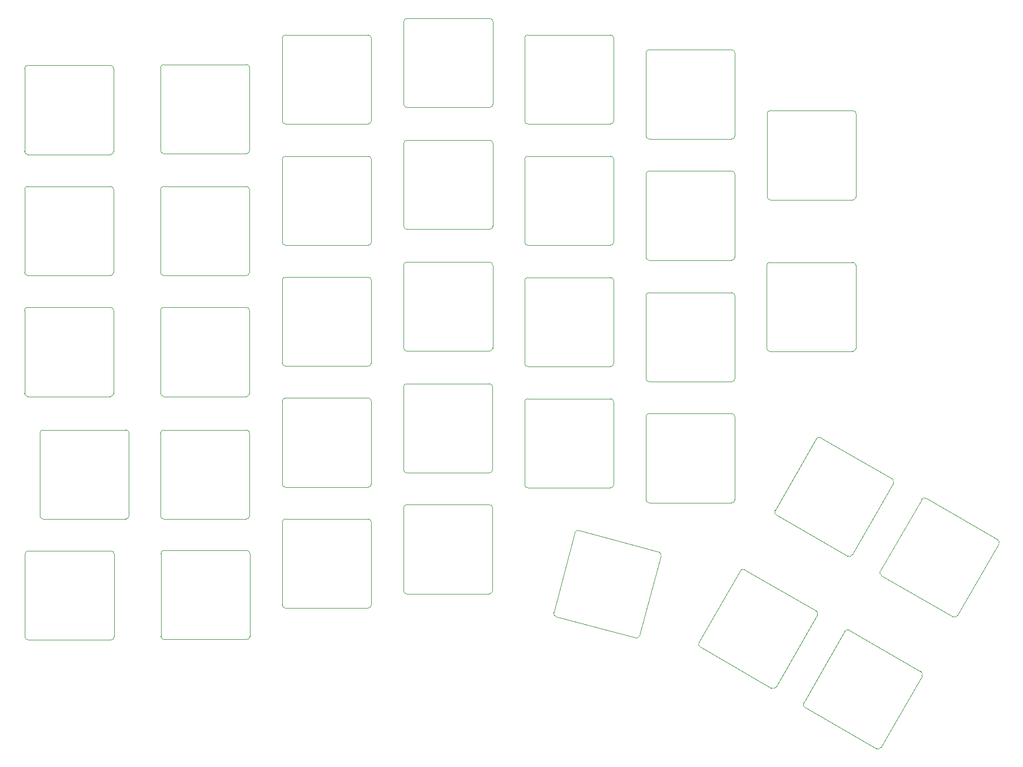
<source format=gbr>
%TF.GenerationSoftware,KiCad,Pcbnew,8.0.2-1*%
%TF.CreationDate,2024-06-04T22:44:42+02:00*%
%TF.ProjectId,keyboard_right,6b657962-6f61-4726-945f-72696768742e,rev?*%
%TF.SameCoordinates,Original*%
%TF.FileFunction,Other,ECO2*%
%FSLAX46Y46*%
G04 Gerber Fmt 4.6, Leading zero omitted, Abs format (unit mm)*
G04 Created by KiCad (PCBNEW 8.0.2-1) date 2024-06-04 22:44:42*
%MOMM*%
%LPD*%
G01*
G04 APERTURE LIST*
%ADD10C,0.050000*%
G04 APERTURE END LIST*
D10*
%TO.C,SW_[7:2]1*%
X160150000Y-68170000D02*
X160150000Y-81170000D01*
X173650000Y-67670000D02*
X160650000Y-67670000D01*
X160650000Y-81670000D02*
X173650000Y-81670000D01*
X174150000Y-81170000D02*
X174150000Y-68170000D01*
X160650000Y-81670000D02*
G75*
G02*
X160150000Y-81170000I0J500000D01*
G01*
X160151116Y-68172764D02*
G75*
G02*
X160651116Y-67672764I500001J-1D01*
G01*
X174150000Y-81170000D02*
G75*
G02*
X173650000Y-81670000I-500000J0D01*
G01*
X173650000Y-67670000D02*
G75*
G02*
X174150000Y-68170000I-1J-500001D01*
G01*
%TO.C,SW_[1:4]1*%
X59920000Y-107500000D02*
X59920000Y-94500000D01*
X46420000Y-108000000D02*
X59420000Y-108000000D01*
X59420000Y-94000000D02*
X46420000Y-94000000D01*
X45920000Y-94500000D02*
X45920000Y-107500000D01*
X59420000Y-94000000D02*
G75*
G02*
X59920000Y-94500000I0J-500000D01*
G01*
X59920000Y-107500000D02*
G75*
G02*
X59420000Y-108000000I-500000J0D01*
G01*
X45920000Y-94500000D02*
G75*
G02*
X46420000Y-94000000I500001J-1D01*
G01*
X46422764Y-107998884D02*
G75*
G02*
X45922764Y-107498884I1J500001D01*
G01*
%TO.C,SW_[6:1]1*%
X155150000Y-47800000D02*
X155150000Y-34800000D01*
X141650000Y-48300000D02*
X154650000Y-48300000D01*
X154650000Y-34300000D02*
X141650000Y-34300000D01*
X141150000Y-34800000D02*
X141150000Y-47800000D01*
X154650000Y-34300000D02*
G75*
G02*
X155150000Y-34800000I0J-500000D01*
G01*
X155150000Y-47800000D02*
G75*
G02*
X154650000Y-48300000I-500000J0D01*
G01*
X141150000Y-34800000D02*
G75*
G02*
X141650000Y-34300000I500001J-1D01*
G01*
X141652764Y-48298884D02*
G75*
G02*
X141152764Y-47798884I1J500001D01*
G01*
%TO.C,SW_[2:4]1*%
X78864800Y-107500000D02*
X78864800Y-94500000D01*
X65364800Y-108000000D02*
X78364800Y-108000000D01*
X78364800Y-94000000D02*
X65364800Y-94000000D01*
X64864800Y-94500000D02*
X64864800Y-107500000D01*
X78364800Y-94000000D02*
G75*
G02*
X78864800Y-94500000I0J-500000D01*
G01*
X78864800Y-107500000D02*
G75*
G02*
X78364800Y-108000000I-500000J0D01*
G01*
X64864800Y-94500000D02*
G75*
G02*
X65364800Y-94000000I500001J-1D01*
G01*
X65367564Y-107998884D02*
G75*
G02*
X64867564Y-107498884I1J500001D01*
G01*
%TO.C,SW_[2:5]1*%
X78920000Y-126430500D02*
X78920000Y-113430500D01*
X65420000Y-126930500D02*
X78420000Y-126930500D01*
X78420000Y-112930500D02*
X65420000Y-112930500D01*
X64920000Y-113430500D02*
X64920000Y-126430500D01*
X78420000Y-112930500D02*
G75*
G02*
X78920000Y-113430500I0J-500000D01*
G01*
X78920000Y-126430500D02*
G75*
G02*
X78420000Y-126930500I-500000J0D01*
G01*
X64920000Y-113430500D02*
G75*
G02*
X65420000Y-112930500I500001J-1D01*
G01*
X65422764Y-126929384D02*
G75*
G02*
X64922764Y-126429384I1J500001D01*
G01*
%TO.C,SW_[1:3]1*%
X44002764Y-88748884D02*
G75*
G02*
X43502764Y-88248884I1J500001D01*
G01*
X43500000Y-75250000D02*
G75*
G02*
X44000000Y-74750000I500001J-1D01*
G01*
X57500000Y-88250000D02*
G75*
G02*
X57000000Y-88750000I-500000J0D01*
G01*
X57000000Y-74750000D02*
G75*
G02*
X57500000Y-75250000I0J-500000D01*
G01*
X43500000Y-75250000D02*
X43500000Y-88250000D01*
X57000000Y-74750000D02*
X44000000Y-74750000D01*
X44000000Y-88750000D02*
X57000000Y-88750000D01*
X57500000Y-88250000D02*
X57500000Y-75250000D01*
%TO.C,SW_[6:3]1*%
X155150000Y-85930500D02*
X155150000Y-72930500D01*
X141650000Y-86430500D02*
X154650000Y-86430500D01*
X154650000Y-72430500D02*
X141650000Y-72430500D01*
X141150000Y-72930500D02*
X141150000Y-85930500D01*
X154650000Y-72430500D02*
G75*
G02*
X155150000Y-72930500I0J-500000D01*
G01*
X155150000Y-85930500D02*
G75*
G02*
X154650000Y-86430500I-500000J0D01*
G01*
X141150000Y-72930500D02*
G75*
G02*
X141650000Y-72430500I500001J-1D01*
G01*
X141652764Y-86429384D02*
G75*
G02*
X141152764Y-85929384I1J500001D01*
G01*
%TO.C,SW_[6:5]1*%
X149670835Y-128062177D02*
X160929165Y-134562178D01*
X161612177Y-134379165D02*
X168112178Y-123120835D01*
X155987823Y-116120835D02*
X149487822Y-127379165D01*
X167929165Y-122437823D02*
X156670835Y-115937822D01*
X161612177Y-134379165D02*
G75*
G02*
X160929165Y-134562177I-433012J250000D01*
G01*
X167929165Y-122437823D02*
G75*
G02*
X168112177Y-123120835I-250000J-433012D01*
G01*
X149673786Y-128062593D02*
G75*
G02*
X149490773Y-127379581I250002J433013D01*
G01*
X155987823Y-116120835D02*
G75*
G02*
X156670835Y-115937822I433012J-249998D01*
G01*
%TO.C,SW_[2:2]1*%
X78864800Y-69250000D02*
X78864800Y-56250000D01*
X65364800Y-69750000D02*
X78364800Y-69750000D01*
X78364800Y-55750000D02*
X65364800Y-55750000D01*
X64864800Y-56250000D02*
X64864800Y-69250000D01*
X78364800Y-55750000D02*
G75*
G02*
X78864800Y-56250000I0J-500000D01*
G01*
X78864800Y-69250000D02*
G75*
G02*
X78364800Y-69750000I-500000J0D01*
G01*
X64864800Y-56250000D02*
G75*
G02*
X65364800Y-55750000I500001J-1D01*
G01*
X65367564Y-69748884D02*
G75*
G02*
X64867564Y-69248884I1J500001D01*
G01*
%TO.C,SW_[4:3]1*%
X117080000Y-81130500D02*
X117080000Y-68130500D01*
X103580000Y-81630500D02*
X116580000Y-81630500D01*
X116580000Y-67630500D02*
X103580000Y-67630500D01*
X103080000Y-68130500D02*
X103080000Y-81130500D01*
X116580000Y-67630500D02*
G75*
G02*
X117080000Y-68130500I0J-500000D01*
G01*
X117080000Y-81130500D02*
G75*
G02*
X116580000Y-81630500I-500000J0D01*
G01*
X103080000Y-68130500D02*
G75*
G02*
X103580000Y-67630500I500001J-1D01*
G01*
X103582764Y-81629384D02*
G75*
G02*
X103082764Y-81129384I1J500001D01*
G01*
%TO.C,SW_[6:4]1*%
X155150000Y-104950000D02*
X155150000Y-91950000D01*
X141650000Y-105450000D02*
X154650000Y-105450000D01*
X154650000Y-91450000D02*
X141650000Y-91450000D01*
X141150000Y-91950000D02*
X141150000Y-104950000D01*
X154650000Y-91450000D02*
G75*
G02*
X155150000Y-91950000I0J-500000D01*
G01*
X155150000Y-104950000D02*
G75*
G02*
X154650000Y-105450000I-500000J0D01*
G01*
X141150000Y-91950000D02*
G75*
G02*
X141650000Y-91450000I500001J-1D01*
G01*
X141652764Y-105448884D02*
G75*
G02*
X141152764Y-104948884I1J500001D01*
G01*
%TO.C,SW_[5:5]1*%
X130013943Y-110144947D02*
G75*
G02*
X130626317Y-109791396I482963J-129413D01*
G01*
X127005808Y-123313994D02*
G75*
G02*
X126652254Y-122701622I129406J482961D01*
G01*
X143183353Y-113156043D02*
G75*
G02*
X143536905Y-113768418I-129411J-482963D01*
G01*
X140172257Y-126325453D02*
G75*
G02*
X139559882Y-126679005I-482963J129411D01*
G01*
X143183353Y-113156043D02*
X130626317Y-109791397D01*
X130013943Y-110144947D02*
X126649297Y-122701983D01*
X140172257Y-126325453D02*
X143536903Y-113768417D01*
X127002847Y-123314357D02*
X139559883Y-126679003D01*
%TO.C,SW_[7:3]1*%
X161621435Y-107322178D02*
X172879765Y-113822178D01*
X173562778Y-113639165D02*
X180062778Y-102380835D01*
X167938422Y-95380835D02*
X161438422Y-106639165D01*
X179879765Y-101697822D02*
X168621435Y-95197822D01*
X173562778Y-113639165D02*
G75*
G02*
X172879765Y-113822178I-433013J250000D01*
G01*
X179879765Y-101697822D02*
G75*
G02*
X180062778Y-102380835I-250000J-433013D01*
G01*
X161624387Y-107322592D02*
G75*
G02*
X161441374Y-106639581I250000J433012D01*
G01*
X167938422Y-95380835D02*
G75*
G02*
X168621435Y-95197822I433013J-250000D01*
G01*
%TO.C,SW_[3:1]1*%
X98000000Y-45450600D02*
X98000000Y-32450600D01*
X84500000Y-45950600D02*
X97500000Y-45950600D01*
X97500000Y-31950600D02*
X84500000Y-31950600D01*
X84000000Y-32450600D02*
X84000000Y-45450600D01*
X97500000Y-31950600D02*
G75*
G02*
X98000000Y-32450600I0J-500000D01*
G01*
X98000000Y-45450600D02*
G75*
G02*
X97500000Y-45950600I-500000J0D01*
G01*
X84000000Y-32450600D02*
G75*
G02*
X84500000Y-31950600I500001J-1D01*
G01*
X84502764Y-45949484D02*
G75*
G02*
X84002764Y-45449484I1J500001D01*
G01*
%TO.C,SW_[6:2]1*%
X155150000Y-66850000D02*
X155150000Y-53850000D01*
X141650000Y-67350000D02*
X154650000Y-67350000D01*
X154650000Y-53350000D02*
X141650000Y-53350000D01*
X141150000Y-53850000D02*
X141150000Y-66850000D01*
X154650000Y-53350000D02*
G75*
G02*
X155150000Y-53850000I0J-500000D01*
G01*
X155150000Y-66850000D02*
G75*
G02*
X154650000Y-67350000I-500000J0D01*
G01*
X141150000Y-53850000D02*
G75*
G02*
X141650000Y-53350000I500001J-1D01*
G01*
X141652764Y-67348884D02*
G75*
G02*
X141152764Y-66848884I1J500001D01*
G01*
%TO.C,SW_[5:3]1*%
X136100000Y-83550000D02*
X136100000Y-70550000D01*
X122600000Y-84050000D02*
X135600000Y-84050000D01*
X135600000Y-70050000D02*
X122600000Y-70050000D01*
X122100000Y-70550000D02*
X122100000Y-83550000D01*
X135600000Y-70050000D02*
G75*
G02*
X136100000Y-70550000I0J-500000D01*
G01*
X136100000Y-83550000D02*
G75*
G02*
X135600000Y-84050000I-500000J0D01*
G01*
X122100000Y-70550000D02*
G75*
G02*
X122600000Y-70050000I500001J-1D01*
G01*
X122602764Y-84048884D02*
G75*
G02*
X122102764Y-83548884I1J500001D01*
G01*
%TO.C,SW_[7:5]1*%
X166120835Y-137562178D02*
X177379165Y-144062178D01*
X178062178Y-143879165D02*
X184562178Y-132620835D01*
X172437822Y-125620835D02*
X165937822Y-136879165D01*
X184379165Y-131937822D02*
X173120835Y-125437822D01*
X178062178Y-143879165D02*
G75*
G02*
X177379165Y-144062178I-433013J250000D01*
G01*
X184379165Y-131937822D02*
G75*
G02*
X184562178Y-132620835I-250000J-433013D01*
G01*
X166123787Y-137562592D02*
G75*
G02*
X165940774Y-136879581I250000J433012D01*
G01*
X172437822Y-125620835D02*
G75*
G02*
X173120835Y-125437822I433013J-250000D01*
G01*
%TO.C,SW_[3:4]1*%
X98000000Y-102500000D02*
X98000000Y-89500000D01*
X84500000Y-103000000D02*
X97500000Y-103000000D01*
X97500000Y-89000000D02*
X84500000Y-89000000D01*
X84000000Y-89500000D02*
X84000000Y-102500000D01*
X97500000Y-89000000D02*
G75*
G02*
X98000000Y-89500000I0J-500000D01*
G01*
X98000000Y-102500000D02*
G75*
G02*
X97500000Y-103000000I-500000J0D01*
G01*
X84000000Y-89500000D02*
G75*
G02*
X84500000Y-89000000I500001J-1D01*
G01*
X84502764Y-102998884D02*
G75*
G02*
X84002764Y-102498884I1J500001D01*
G01*
%TO.C,SW_[5:1]1*%
X136100000Y-45450000D02*
X136100000Y-32450000D01*
X122600000Y-45950000D02*
X135600000Y-45950000D01*
X135600000Y-31950000D02*
X122600000Y-31950000D01*
X122100000Y-32450000D02*
X122100000Y-45450000D01*
X135600000Y-31950000D02*
G75*
G02*
X136100000Y-32450000I0J-500000D01*
G01*
X136100000Y-45450000D02*
G75*
G02*
X135600000Y-45950000I-500000J0D01*
G01*
X122100000Y-32450000D02*
G75*
G02*
X122600000Y-31950000I500001J-1D01*
G01*
X122602764Y-45948884D02*
G75*
G02*
X122102764Y-45448884I1J500001D01*
G01*
%TO.C,SW_[4:5]1*%
X117064800Y-119250000D02*
X117064800Y-106250000D01*
X103564800Y-119750000D02*
X116564800Y-119750000D01*
X116564800Y-105750000D02*
X103564800Y-105750000D01*
X103064800Y-106250000D02*
X103064800Y-119250000D01*
X116564800Y-105750000D02*
G75*
G02*
X117064800Y-106250000I0J-500000D01*
G01*
X117064800Y-119250000D02*
G75*
G02*
X116564800Y-119750000I-500000J0D01*
G01*
X103064800Y-106250000D02*
G75*
G02*
X103564800Y-105750000I500001J-1D01*
G01*
X103567564Y-119748884D02*
G75*
G02*
X103067564Y-119248884I1J500001D01*
G01*
%TO.C,SW_[1:5]1*%
X57580000Y-126500000D02*
X57580000Y-113500000D01*
X44080000Y-127000000D02*
X57080000Y-127000000D01*
X57080000Y-113000000D02*
X44080000Y-113000000D01*
X43580000Y-113500000D02*
X43580000Y-126500000D01*
X57080000Y-113000000D02*
G75*
G02*
X57580000Y-113500000I0J-500000D01*
G01*
X57580000Y-126500000D02*
G75*
G02*
X57080000Y-127000000I-500000J0D01*
G01*
X43580000Y-113500000D02*
G75*
G02*
X44080000Y-113000000I500001J-1D01*
G01*
X44082764Y-126998884D02*
G75*
G02*
X43582764Y-126498884I1J500001D01*
G01*
%TO.C,SW_[4:4]1*%
X117064800Y-100250000D02*
X117064800Y-87250000D01*
X103564800Y-100750000D02*
X116564800Y-100750000D01*
X116564800Y-86750000D02*
X103564800Y-86750000D01*
X103064800Y-87250000D02*
X103064800Y-100250000D01*
X116564800Y-86750000D02*
G75*
G02*
X117064800Y-87250000I0J-500000D01*
G01*
X117064800Y-100250000D02*
G75*
G02*
X116564800Y-100750000I-500000J0D01*
G01*
X103064800Y-87250000D02*
G75*
G02*
X103564800Y-86750000I500001J-1D01*
G01*
X103567564Y-100748884D02*
G75*
G02*
X103067564Y-100248884I1J500001D01*
G01*
%TO.C,SW_[2:1]1*%
X78880000Y-50100000D02*
X78880000Y-37100000D01*
X65380000Y-50600000D02*
X78380000Y-50600000D01*
X78380000Y-36600000D02*
X65380000Y-36600000D01*
X64880000Y-37100000D02*
X64880000Y-50100000D01*
X78380000Y-36600000D02*
G75*
G02*
X78880000Y-37100000I0J-500000D01*
G01*
X78880000Y-50100000D02*
G75*
G02*
X78380000Y-50600000I-500000J0D01*
G01*
X64880000Y-37100000D02*
G75*
G02*
X65380000Y-36600000I500001J-1D01*
G01*
X65382764Y-50598884D02*
G75*
G02*
X64882764Y-50098884I1J500001D01*
G01*
%TO.C,SW_[5:4]1*%
X136100000Y-102600000D02*
X136100000Y-89600000D01*
X122600000Y-103100000D02*
X135600000Y-103100000D01*
X135600000Y-89100000D02*
X122600000Y-89100000D01*
X122100000Y-89600000D02*
X122100000Y-102600000D01*
X135600000Y-89100000D02*
G75*
G02*
X136100000Y-89600000I0J-500000D01*
G01*
X136100000Y-102600000D02*
G75*
G02*
X135600000Y-103100000I-500000J0D01*
G01*
X122100000Y-89600000D02*
G75*
G02*
X122600000Y-89100000I500001J-1D01*
G01*
X122602764Y-103098884D02*
G75*
G02*
X122102764Y-102598884I1J500001D01*
G01*
%TO.C,SW_[2:3]1*%
X65367564Y-88748884D02*
G75*
G02*
X64867564Y-88248884I1J500001D01*
G01*
X64864800Y-75250000D02*
G75*
G02*
X65364800Y-74750000I500001J-1D01*
G01*
X78864800Y-88250000D02*
G75*
G02*
X78364800Y-88750000I-500000J0D01*
G01*
X78364800Y-74750000D02*
G75*
G02*
X78864800Y-75250000I0J-500000D01*
G01*
X64864800Y-75250000D02*
X64864800Y-88250000D01*
X78364800Y-74750000D02*
X65364800Y-74750000D01*
X65364800Y-88750000D02*
X78364800Y-88750000D01*
X78864800Y-88250000D02*
X78864800Y-75250000D01*
%TO.C,SW_[4:2]1*%
X117100000Y-62000000D02*
X117100000Y-49000000D01*
X103600000Y-62500000D02*
X116600000Y-62500000D01*
X116600000Y-48500000D02*
X103600000Y-48500000D01*
X103100000Y-49000000D02*
X103100000Y-62000000D01*
X116600000Y-48500000D02*
G75*
G02*
X117100000Y-49000000I0J-500000D01*
G01*
X117100000Y-62000000D02*
G75*
G02*
X116600000Y-62500000I-500000J0D01*
G01*
X103100000Y-49000000D02*
G75*
G02*
X103600000Y-48500000I500001J-1D01*
G01*
X103602764Y-62498884D02*
G75*
G02*
X103102764Y-61998884I1J500001D01*
G01*
%TO.C,SW_[4:1]1*%
X117100000Y-42850000D02*
X117100000Y-29850000D01*
X103600000Y-43350000D02*
X116600000Y-43350000D01*
X116600000Y-29350000D02*
X103600000Y-29350000D01*
X103100000Y-29850000D02*
X103100000Y-42850000D01*
X116600000Y-29350000D02*
G75*
G02*
X117100000Y-29850000I0J-500000D01*
G01*
X117100000Y-42850000D02*
G75*
G02*
X116600000Y-43350000I-500000J0D01*
G01*
X103100000Y-29850000D02*
G75*
G02*
X103600000Y-29350000I500001J-1D01*
G01*
X103602764Y-43348884D02*
G75*
G02*
X103102764Y-42848884I1J500001D01*
G01*
%TO.C,SW_[3:5]1*%
X98000000Y-121500000D02*
X98000000Y-108500000D01*
X84500000Y-122000000D02*
X97500000Y-122000000D01*
X97500000Y-108000000D02*
X84500000Y-108000000D01*
X84000000Y-108500000D02*
X84000000Y-121500000D01*
X97500000Y-108000000D02*
G75*
G02*
X98000000Y-108500000I0J-500000D01*
G01*
X98000000Y-121500000D02*
G75*
G02*
X97500000Y-122000000I-500000J0D01*
G01*
X84000000Y-108500000D02*
G75*
G02*
X84500000Y-108000000I500001J-1D01*
G01*
X84502764Y-121998884D02*
G75*
G02*
X84002764Y-121498884I1J500001D01*
G01*
%TO.C,SW_[7:4]1*%
X178170835Y-116862178D02*
X189429165Y-123362178D01*
X190112178Y-123179165D02*
X196612178Y-111920835D01*
X184487822Y-104920835D02*
X177987822Y-116179165D01*
X196429165Y-111237822D02*
X185170835Y-104737822D01*
X190112178Y-123179165D02*
G75*
G02*
X189429165Y-123362178I-433013J250000D01*
G01*
X196429165Y-111237822D02*
G75*
G02*
X196612178Y-111920835I-250000J-433013D01*
G01*
X178173787Y-116862592D02*
G75*
G02*
X177990774Y-116179581I250000J433012D01*
G01*
X184487822Y-104920835D02*
G75*
G02*
X185170835Y-104737822I433013J-250000D01*
G01*
%TO.C,SW_[1:1]1*%
X57500000Y-50250000D02*
X57500000Y-37250000D01*
X44000000Y-50750000D02*
X57000000Y-50750000D01*
X57000000Y-36750000D02*
X44000000Y-36750000D01*
X43500000Y-37250000D02*
X43500000Y-50250000D01*
X57000000Y-36750000D02*
G75*
G02*
X57500000Y-37250000I0J-500000D01*
G01*
X57500000Y-50250000D02*
G75*
G02*
X57000000Y-50750000I-500000J0D01*
G01*
X43500000Y-37250000D02*
G75*
G02*
X44000000Y-36750000I500001J-1D01*
G01*
X44002764Y-50748884D02*
G75*
G02*
X43502764Y-50248884I1J500001D01*
G01*
%TO.C,SW_[5:2]1*%
X136100000Y-64500000D02*
X136100000Y-51500000D01*
X122600000Y-65000000D02*
X135600000Y-65000000D01*
X135600000Y-51000000D02*
X122600000Y-51000000D01*
X122100000Y-51500000D02*
X122100000Y-64500000D01*
X135600000Y-51000000D02*
G75*
G02*
X136100000Y-51500000I0J-500000D01*
G01*
X136100000Y-64500000D02*
G75*
G02*
X135600000Y-65000000I-500000J0D01*
G01*
X122100000Y-51500000D02*
G75*
G02*
X122600000Y-51000000I500001J-1D01*
G01*
X122602764Y-64998884D02*
G75*
G02*
X122102764Y-64498884I1J500001D01*
G01*
%TO.C,SW_[3:2]1*%
X98000000Y-64500100D02*
X98000000Y-51500100D01*
X84500000Y-65000100D02*
X97500000Y-65000100D01*
X97500000Y-51000100D02*
X84500000Y-51000100D01*
X84000000Y-51500100D02*
X84000000Y-64500100D01*
X97500000Y-51000100D02*
G75*
G02*
X98000000Y-51500100I0J-500000D01*
G01*
X98000000Y-64500100D02*
G75*
G02*
X97500000Y-65000100I-500000J0D01*
G01*
X84000000Y-51500100D02*
G75*
G02*
X84500000Y-51000100I500001J-1D01*
G01*
X84502764Y-64998984D02*
G75*
G02*
X84002764Y-64498984I1J500001D01*
G01*
%TO.C,SW_[1:2]1*%
X57500000Y-69250000D02*
X57500000Y-56250000D01*
X44000000Y-69750000D02*
X57000000Y-69750000D01*
X57000000Y-55750000D02*
X44000000Y-55750000D01*
X43500000Y-56250000D02*
X43500000Y-69250000D01*
X57000000Y-55750000D02*
G75*
G02*
X57500000Y-56250000I0J-500000D01*
G01*
X57500000Y-69250000D02*
G75*
G02*
X57000000Y-69750000I-500000J0D01*
G01*
X43500000Y-56250000D02*
G75*
G02*
X44000000Y-55750000I500001J-1D01*
G01*
X44002764Y-69748884D02*
G75*
G02*
X43502764Y-69248884I1J500001D01*
G01*
%TO.C,SW_[3:3]1*%
X84502764Y-83998884D02*
G75*
G02*
X84002764Y-83498884I1J500001D01*
G01*
X84000000Y-70500000D02*
G75*
G02*
X84500000Y-70000000I500001J-1D01*
G01*
X98000000Y-83500000D02*
G75*
G02*
X97500000Y-84000000I-500000J0D01*
G01*
X97500000Y-70000000D02*
G75*
G02*
X98000000Y-70500000I0J-500000D01*
G01*
X84000000Y-70500000D02*
X84000000Y-83500000D01*
X97500000Y-70000000D02*
X84500000Y-70000000D01*
X84500000Y-84000000D02*
X97500000Y-84000000D01*
X98000000Y-83500000D02*
X98000000Y-70500000D01*
%TO.C,SW_[7:1]1*%
X174200000Y-57350000D02*
X174200000Y-44350000D01*
X160700000Y-57850000D02*
X173700000Y-57850000D01*
X173700000Y-43850000D02*
X160700000Y-43850000D01*
X160200000Y-44350000D02*
X160200000Y-57350000D01*
X173700000Y-43850000D02*
G75*
G02*
X174200000Y-44350000I0J-500000D01*
G01*
X174200000Y-57350000D02*
G75*
G02*
X173700000Y-57850000I-500000J0D01*
G01*
X160200000Y-44350000D02*
G75*
G02*
X160700000Y-43850000I500001J-1D01*
G01*
X160702764Y-57848884D02*
G75*
G02*
X160202764Y-57348884I1J500001D01*
G01*
%TD*%
M02*

</source>
